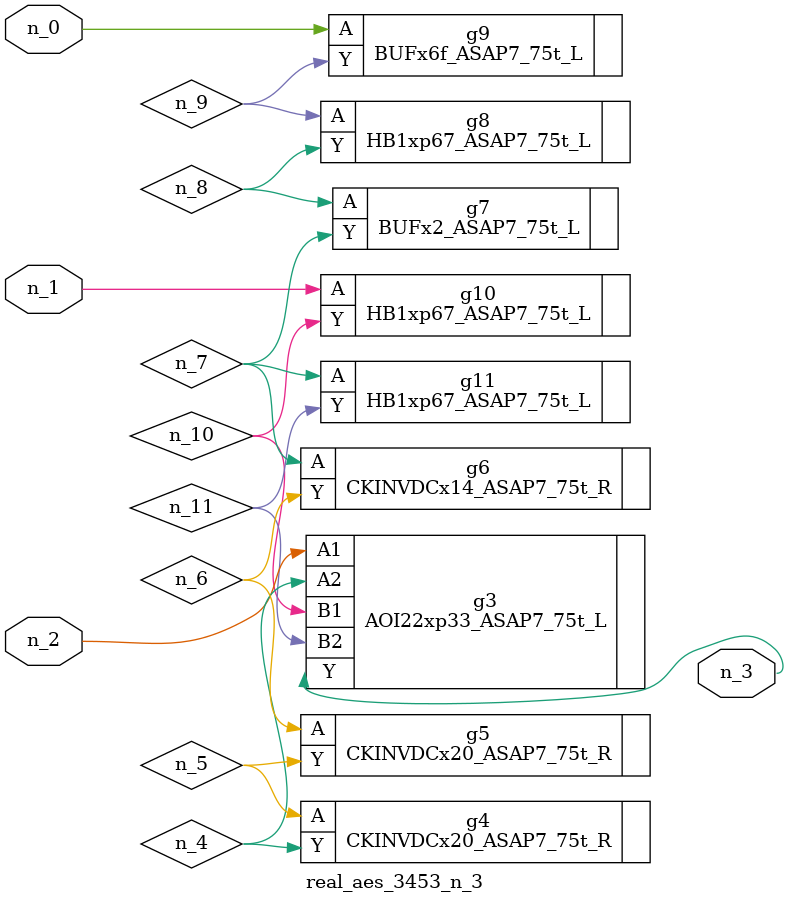
<source format=v>
module real_aes_3453_n_3 (n_0, n_2, n_1, n_3);
input n_0;
input n_2;
input n_1;
output n_3;
wire n_4;
wire n_5;
wire n_7;
wire n_8;
wire n_6;
wire n_9;
wire n_10;
wire n_11;
BUFx6f_ASAP7_75t_L g9 ( .A(n_0), .Y(n_9) );
HB1xp67_ASAP7_75t_L g10 ( .A(n_1), .Y(n_10) );
AOI22xp33_ASAP7_75t_L g3 ( .A1(n_2), .A2(n_4), .B1(n_10), .B2(n_11), .Y(n_3) );
CKINVDCx20_ASAP7_75t_R g4 ( .A(n_5), .Y(n_4) );
CKINVDCx20_ASAP7_75t_R g5 ( .A(n_6), .Y(n_5) );
CKINVDCx14_ASAP7_75t_R g6 ( .A(n_7), .Y(n_6) );
HB1xp67_ASAP7_75t_L g11 ( .A(n_7), .Y(n_11) );
BUFx2_ASAP7_75t_L g7 ( .A(n_8), .Y(n_7) );
HB1xp67_ASAP7_75t_L g8 ( .A(n_9), .Y(n_8) );
endmodule
</source>
